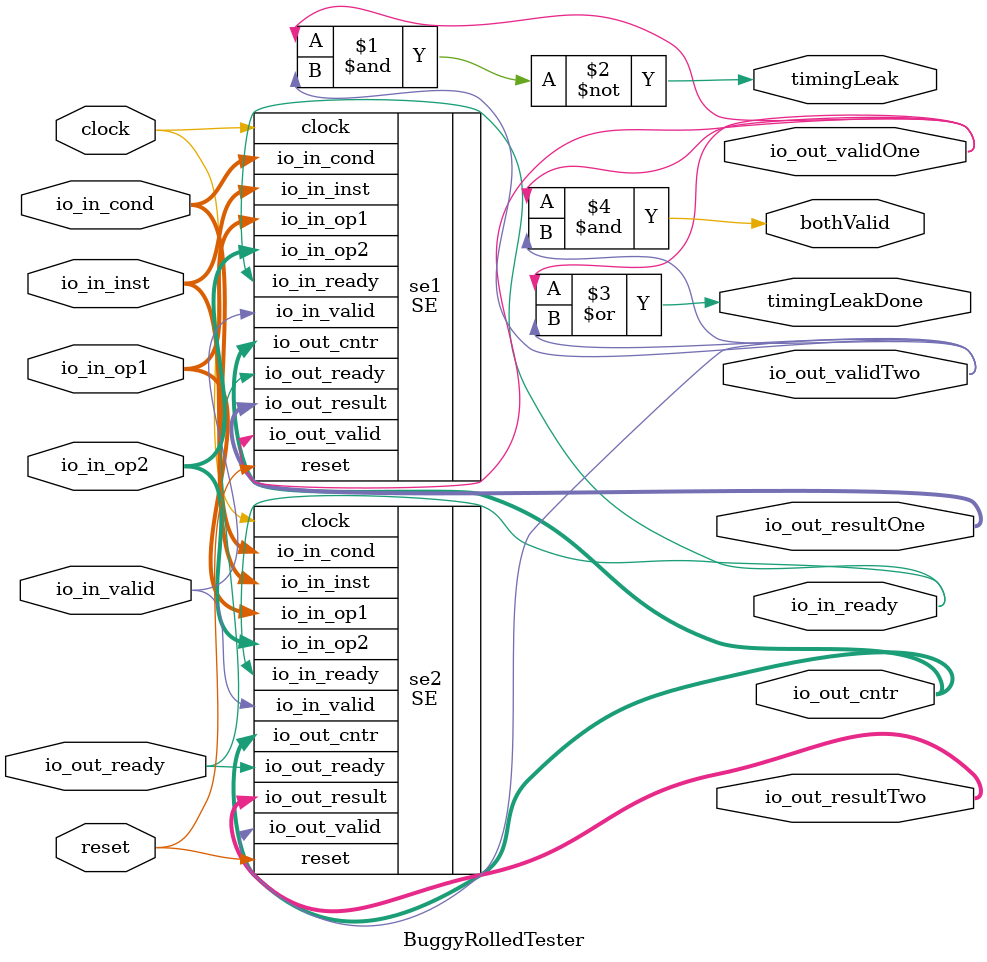
<source format=v>

`include "../SE_verilog/SE_buggy_rolled.v"

module BuggyRolledTester (
  input clock,
  input reset,
  input [7:0] io_in_inst,
  input [127:0] io_in_op1,
  input [127:0] io_in_op2,
  input [127:0] io_in_cond,
  input  io_in_valid,
  output io_in_ready,
  output [127:0] io_out_resultOne,
  output [127:0] io_out_resultTwo,
  output io_out_validOne,
  output io_out_validTwo,
  input io_out_ready,
  output [7:0] io_out_cntr,
  output timingLeak,
  output timingLeakDone,
  output bothValid
);

SE se1(
  .clock(clock),
  .reset(reset),
  .io_in_inst(io_in_inst),
  .io_in_op1(io_in_op1),
  .io_in_op2(io_in_op2),
  .io_in_cond(io_in_cond),
  .io_in_valid(io_in_valid),
  .io_in_ready(io_in_ready),
  .io_out_result(io_out_resultOne),
  .io_out_valid(io_out_validOne),
  .io_out_ready(io_out_ready),
  .io_out_cntr(io_out_cntr)
);

SE se2(
  .clock(clock),
  .reset(reset),
  .io_in_inst(io_in_inst),
  .io_in_op1(io_in_op1),
  .io_in_op2(io_in_op2),
  .io_in_cond(io_in_cond),
  .io_in_valid(io_in_valid),
  .io_in_ready(io_in_ready),
  .io_out_result(io_out_resultTwo),
  .io_out_valid(io_out_validTwo),
  .io_out_ready(io_out_ready),
  .io_out_cntr(io_out_cntr)
);

assign timingLeak = ~(io_out_validOne & io_out_validTwo);
assign timingLeakDone = io_out_validOne | io_out_validTwo;
assign bothValid = io_out_validOne & io_out_validTwo;

endmodule
</source>
